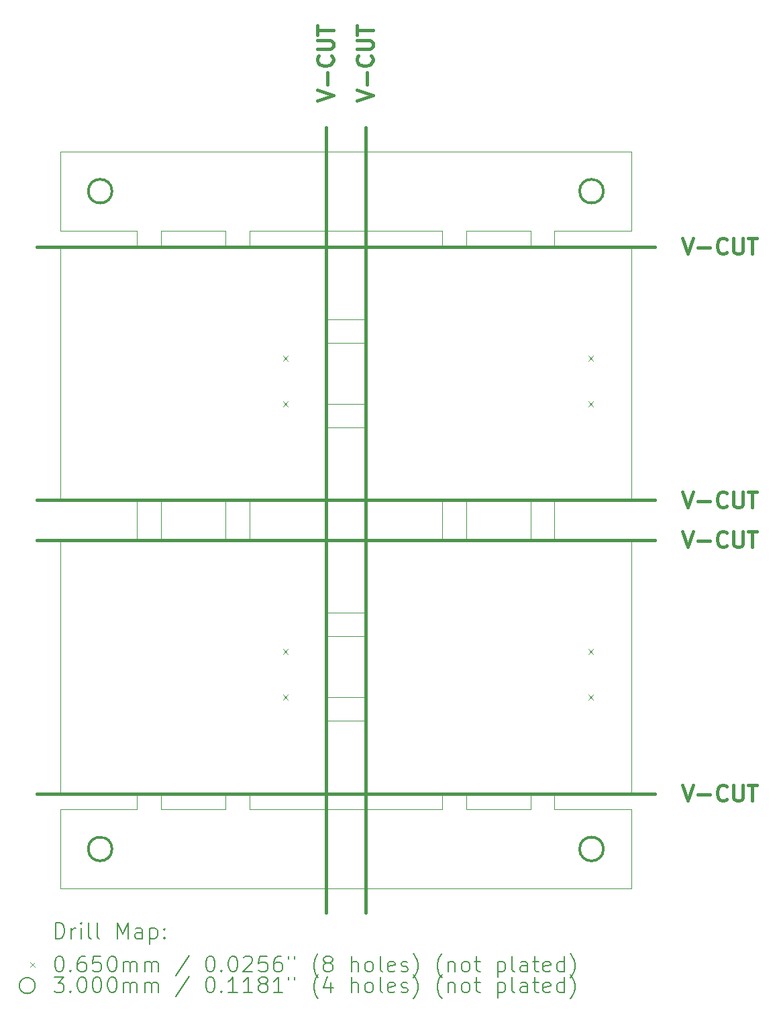
<source format=gbr>
%FSLAX45Y45*%
G04 Gerber Fmt 4.5, Leading zero omitted, Abs format (unit mm)*
G04 Created by KiCad (PCBNEW 6.0.4-6f826c9f35~116~ubuntu20.04.1) date 2022-04-01 21:22:03*
%MOMM*%
%LPD*%
G01*
G04 APERTURE LIST*
%TA.AperFunction,Profile*%
%ADD10C,0.400000*%
%TD*%
%TA.AperFunction,Profile*%
%ADD11C,0.100000*%
%TD*%
%ADD12C,0.400000*%
%ADD13C,0.200000*%
%ADD14C,0.065000*%
%ADD15C,0.300000*%
G04 APERTURE END LIST*
D10*
X3024900Y-10300000D02*
X10825100Y-10300000D01*
X7175000Y-1900200D02*
X7175000Y-11799800D01*
X3024900Y-6600000D02*
X10825100Y-6600000D01*
X3024900Y-3400000D02*
X10825100Y-3400000D01*
X6675000Y-1900200D02*
X6675000Y-11799800D01*
X3024900Y-7100000D02*
X10825100Y-7100000D01*
D11*
X4591700Y-3399900D02*
X4591700Y-3200200D01*
X4291700Y-10300100D02*
X4291700Y-10499800D01*
X7174923Y-3399936D02*
X7174900Y-4316700D01*
X9558300Y-10499800D02*
X9558300Y-10300100D01*
X8141700Y-7099900D02*
X7174917Y-7099944D01*
X8141700Y-10499800D02*
X5708300Y-10499800D01*
X10525100Y-10499800D02*
X9558300Y-10499800D01*
X8441700Y-6600100D02*
X9258300Y-6600100D01*
X8441700Y-10300100D02*
X9258300Y-10300100D01*
X9258300Y-3200200D02*
X9258300Y-3399900D01*
X9258300Y-6850000D02*
X9258300Y-7099900D01*
X9558300Y-10300100D02*
X10525100Y-10300010D01*
X9258300Y-3399900D02*
X8441700Y-3399900D01*
X4591700Y-10499800D02*
X4591700Y-10300100D01*
X7174944Y-6600083D02*
X8141700Y-6600100D01*
X7174900Y-5383300D02*
X6675100Y-5383300D01*
X3324900Y-2200200D02*
X3324900Y-3200200D01*
X10525100Y-2200200D02*
X3324900Y-2200200D01*
X3324904Y-6600029D02*
X4291700Y-6600100D01*
X7174900Y-8016700D02*
X6675100Y-8016700D01*
X6675100Y-4316700D02*
X6675055Y-3399917D01*
X8141700Y-3399900D02*
X7174923Y-3399936D01*
X8441700Y-3200200D02*
X9258300Y-3200200D01*
X4291700Y-7099900D02*
X3324904Y-7099971D01*
X9558300Y-3399900D02*
X9558300Y-3200200D01*
X3324900Y-10300010D02*
X4291700Y-10300100D01*
X7174900Y-4616700D02*
X7174900Y-5383300D01*
X10525096Y-7099971D02*
X9558300Y-7099900D01*
X7174900Y-8316700D02*
X7174900Y-9083300D01*
X4591700Y-6600100D02*
X5408300Y-6600100D01*
X9258300Y-7099900D02*
X8441700Y-7099900D01*
X3324900Y-10499800D02*
X3324900Y-11499800D01*
X6675100Y-5383300D02*
X6675100Y-4616700D01*
X6675100Y-8316700D02*
X7174900Y-8316700D01*
X7174923Y-10300063D02*
X8141700Y-10300100D01*
X7174900Y-9383300D02*
X7174923Y-10300063D01*
X4291700Y-3399900D02*
X3324900Y-3399990D01*
X5708300Y-7099900D02*
X5708300Y-6600100D01*
X6675098Y-7099980D02*
X5708300Y-7099900D01*
X6675100Y-8016700D02*
X6675098Y-7099980D01*
X6675100Y-5683300D02*
X7174900Y-5683300D01*
X4591700Y-7099900D02*
X4591700Y-6600100D01*
X5708300Y-10499800D02*
X5708300Y-10300100D01*
X6675000Y-10300100D02*
X6675100Y-9383300D01*
X5408300Y-3399900D02*
X4591700Y-3399900D01*
X7174900Y-9083300D02*
X6675100Y-9083300D01*
X5408300Y-10300100D02*
X5408300Y-10499800D01*
X3324900Y-3200200D02*
X4291700Y-3200200D01*
X5408300Y-3200200D02*
X5408300Y-3399900D01*
X8141700Y-3200200D02*
X8141700Y-3399900D01*
X4291700Y-6600100D02*
X4291700Y-7099900D01*
X10525100Y-10300010D02*
X10525096Y-7099971D01*
X9558300Y-3200200D02*
X10525100Y-3200200D01*
X6675055Y-3399917D02*
X5708300Y-3399900D01*
X5408300Y-7099900D02*
X4591700Y-7099900D01*
X9258300Y-10499800D02*
X8441700Y-10499800D01*
X8441700Y-7099900D02*
X8441700Y-6600100D01*
X9558300Y-7099900D02*
X9558300Y-6600100D01*
X10525100Y-11499800D02*
X10525100Y-10499800D01*
X10525100Y-3399990D02*
X9558300Y-3399900D01*
X8441700Y-10499800D02*
X8441700Y-10300100D01*
X7174900Y-5683300D02*
X7174944Y-6600083D01*
X4591700Y-3200200D02*
X5408300Y-3200200D01*
X6675100Y-4616700D02*
X7174900Y-4616700D01*
X5708300Y-6600100D02*
X6675071Y-6600071D01*
X7174917Y-7099944D02*
X7174900Y-8016700D01*
X6675100Y-9083300D02*
X6675100Y-8316700D01*
X10525100Y-3200200D02*
X10525100Y-2200200D01*
X4291700Y-3200200D02*
X4291700Y-3399900D01*
X9558300Y-6600100D02*
X10525096Y-6600029D01*
X9258300Y-6600100D02*
X9258300Y-6850000D01*
X5708300Y-10300100D02*
X6675000Y-10300100D01*
X3324904Y-7099971D02*
X3324900Y-10300010D01*
X3324900Y-11499800D02*
X10525100Y-11499800D01*
X8441700Y-3399900D02*
X8441700Y-3200200D01*
X6675071Y-6600071D02*
X6675100Y-5683300D01*
X3324900Y-3399990D02*
X3324904Y-6600029D01*
X10525096Y-6600029D02*
X10525100Y-3399990D01*
X5408300Y-6600100D02*
X5408300Y-7099900D01*
X8141700Y-6600100D02*
X8141700Y-7099900D01*
X8141700Y-10300100D02*
X8141700Y-10499800D01*
X5408300Y-10499800D02*
X4591700Y-10499800D01*
X5708300Y-3200200D02*
X8141700Y-3200200D01*
X6675100Y-9383300D02*
X7174900Y-9383300D01*
X4291700Y-10499800D02*
X3324900Y-10499800D01*
X9258300Y-10300100D02*
X9258300Y-10499800D01*
X5708300Y-3399900D02*
X5708300Y-3200200D01*
X7174900Y-4316700D02*
X6675100Y-4316700D01*
X4591700Y-10300100D02*
X5408300Y-10300100D01*
D12*
X11170148Y-6490476D02*
X11236814Y-6690476D01*
X11303481Y-6490476D01*
X11370148Y-6614286D02*
X11522528Y-6614286D01*
X11732052Y-6671428D02*
X11722528Y-6680952D01*
X11693957Y-6690476D01*
X11674909Y-6690476D01*
X11646338Y-6680952D01*
X11627290Y-6661905D01*
X11617767Y-6642857D01*
X11608243Y-6604762D01*
X11608243Y-6576190D01*
X11617767Y-6538095D01*
X11627290Y-6519048D01*
X11646338Y-6500000D01*
X11674909Y-6490476D01*
X11693957Y-6490476D01*
X11722528Y-6500000D01*
X11732052Y-6509524D01*
X11817767Y-6490476D02*
X11817767Y-6652381D01*
X11827290Y-6671428D01*
X11836814Y-6680952D01*
X11855862Y-6690476D01*
X11893957Y-6690476D01*
X11913005Y-6680952D01*
X11922528Y-6671428D01*
X11932052Y-6652381D01*
X11932052Y-6490476D01*
X11998719Y-6490476D02*
X12113005Y-6490476D01*
X12055862Y-6690476D02*
X12055862Y-6490476D01*
X11170148Y-3290476D02*
X11236814Y-3490476D01*
X11303481Y-3290476D01*
X11370148Y-3414286D02*
X11522528Y-3414286D01*
X11732052Y-3471428D02*
X11722528Y-3480952D01*
X11693957Y-3490476D01*
X11674909Y-3490476D01*
X11646338Y-3480952D01*
X11627290Y-3461905D01*
X11617767Y-3442857D01*
X11608243Y-3404762D01*
X11608243Y-3376190D01*
X11617767Y-3338095D01*
X11627290Y-3319048D01*
X11646338Y-3300000D01*
X11674909Y-3290476D01*
X11693957Y-3290476D01*
X11722528Y-3300000D01*
X11732052Y-3309524D01*
X11817767Y-3290476D02*
X11817767Y-3452381D01*
X11827290Y-3471428D01*
X11836814Y-3480952D01*
X11855862Y-3490476D01*
X11893957Y-3490476D01*
X11913005Y-3480952D01*
X11922528Y-3471428D01*
X11932052Y-3452381D01*
X11932052Y-3290476D01*
X11998719Y-3290476D02*
X12113005Y-3290476D01*
X12055862Y-3490476D02*
X12055862Y-3290476D01*
X7065476Y-1555152D02*
X7265476Y-1488486D01*
X7065476Y-1421819D01*
X7189286Y-1355152D02*
X7189286Y-1202771D01*
X7246428Y-993248D02*
X7255952Y-1002771D01*
X7265476Y-1031343D01*
X7265476Y-1050390D01*
X7255952Y-1078962D01*
X7236905Y-1098010D01*
X7217857Y-1107533D01*
X7179762Y-1117057D01*
X7151190Y-1117057D01*
X7113095Y-1107533D01*
X7094048Y-1098010D01*
X7075000Y-1078962D01*
X7065476Y-1050390D01*
X7065476Y-1031343D01*
X7075000Y-1002771D01*
X7084524Y-993248D01*
X7065476Y-907533D02*
X7227381Y-907533D01*
X7246428Y-898009D01*
X7255952Y-888486D01*
X7265476Y-869438D01*
X7265476Y-831343D01*
X7255952Y-812295D01*
X7246428Y-802771D01*
X7227381Y-793248D01*
X7065476Y-793248D01*
X7065476Y-726581D02*
X7065476Y-612295D01*
X7265476Y-669438D02*
X7065476Y-669438D01*
X6565476Y-1555152D02*
X6765476Y-1488486D01*
X6565476Y-1421819D01*
X6689286Y-1355152D02*
X6689286Y-1202771D01*
X6746428Y-993248D02*
X6755952Y-1002771D01*
X6765476Y-1031343D01*
X6765476Y-1050390D01*
X6755952Y-1078962D01*
X6736905Y-1098010D01*
X6717857Y-1107533D01*
X6679762Y-1117057D01*
X6651190Y-1117057D01*
X6613095Y-1107533D01*
X6594048Y-1098010D01*
X6575000Y-1078962D01*
X6565476Y-1050390D01*
X6565476Y-1031343D01*
X6575000Y-1002771D01*
X6584524Y-993248D01*
X6565476Y-907533D02*
X6727381Y-907533D01*
X6746428Y-898009D01*
X6755952Y-888486D01*
X6765476Y-869438D01*
X6765476Y-831343D01*
X6755952Y-812295D01*
X6746428Y-802771D01*
X6727381Y-793248D01*
X6565476Y-793248D01*
X6565476Y-726581D02*
X6565476Y-612295D01*
X6765476Y-669438D02*
X6565476Y-669438D01*
X11170148Y-6990476D02*
X11236814Y-7190476D01*
X11303481Y-6990476D01*
X11370148Y-7114286D02*
X11522528Y-7114286D01*
X11732052Y-7171428D02*
X11722528Y-7180952D01*
X11693957Y-7190476D01*
X11674909Y-7190476D01*
X11646338Y-7180952D01*
X11627290Y-7161905D01*
X11617767Y-7142857D01*
X11608243Y-7104762D01*
X11608243Y-7076190D01*
X11617767Y-7038095D01*
X11627290Y-7019048D01*
X11646338Y-7000000D01*
X11674909Y-6990476D01*
X11693957Y-6990476D01*
X11722528Y-7000000D01*
X11732052Y-7009524D01*
X11817767Y-6990476D02*
X11817767Y-7152381D01*
X11827290Y-7171428D01*
X11836814Y-7180952D01*
X11855862Y-7190476D01*
X11893957Y-7190476D01*
X11913005Y-7180952D01*
X11922528Y-7171428D01*
X11932052Y-7152381D01*
X11932052Y-6990476D01*
X11998719Y-6990476D02*
X12113005Y-6990476D01*
X12055862Y-7190476D02*
X12055862Y-6990476D01*
X11170148Y-10190476D02*
X11236814Y-10390476D01*
X11303481Y-10190476D01*
X11370148Y-10314286D02*
X11522528Y-10314286D01*
X11732052Y-10371429D02*
X11722528Y-10380952D01*
X11693957Y-10390476D01*
X11674909Y-10390476D01*
X11646338Y-10380952D01*
X11627290Y-10361905D01*
X11617767Y-10342857D01*
X11608243Y-10304762D01*
X11608243Y-10276190D01*
X11617767Y-10238095D01*
X11627290Y-10219048D01*
X11646338Y-10200000D01*
X11674909Y-10190476D01*
X11693957Y-10190476D01*
X11722528Y-10200000D01*
X11732052Y-10209524D01*
X11817767Y-10190476D02*
X11817767Y-10352381D01*
X11827290Y-10371429D01*
X11836814Y-10380952D01*
X11855862Y-10390476D01*
X11893957Y-10390476D01*
X11913005Y-10380952D01*
X11922528Y-10371429D01*
X11932052Y-10352381D01*
X11932052Y-10190476D01*
X11998719Y-10190476D02*
X12113005Y-10190476D01*
X12055862Y-10390476D02*
X12055862Y-10190476D01*
D13*
D14*
X6132500Y-4776000D02*
X6197500Y-4841000D01*
X6197500Y-4776000D02*
X6132500Y-4841000D01*
X6132500Y-5354000D02*
X6197500Y-5419000D01*
X6197500Y-5354000D02*
X6132500Y-5419000D01*
X6132500Y-8476000D02*
X6197500Y-8541000D01*
X6197500Y-8476000D02*
X6132500Y-8541000D01*
X6132500Y-9054000D02*
X6197500Y-9119000D01*
X6197500Y-9054000D02*
X6132500Y-9119000D01*
X9982500Y-4776000D02*
X10047500Y-4841000D01*
X10047500Y-4776000D02*
X9982500Y-4841000D01*
X9982500Y-5354000D02*
X10047500Y-5419000D01*
X10047500Y-5354000D02*
X9982500Y-5419000D01*
X9982500Y-8476000D02*
X10047500Y-8541000D01*
X10047500Y-8476000D02*
X9982500Y-8541000D01*
X9982500Y-9054000D02*
X10047500Y-9119000D01*
X10047500Y-9054000D02*
X9982500Y-9119000D01*
D15*
X3974900Y-2700200D02*
G75*
G03*
X3974900Y-2700200I-150000J0D01*
G01*
X3974900Y-10999800D02*
G75*
G03*
X3974900Y-10999800I-150000J0D01*
G01*
X10175100Y-2700200D02*
G75*
G03*
X10175100Y-2700200I-150000J0D01*
G01*
X10175100Y-10999800D02*
G75*
G03*
X10175100Y-10999800I-150000J0D01*
G01*
D13*
X3262519Y-12130276D02*
X3262519Y-11930276D01*
X3310138Y-11930276D01*
X3338709Y-11939800D01*
X3357757Y-11958848D01*
X3367281Y-11977895D01*
X3376805Y-12015990D01*
X3376805Y-12044562D01*
X3367281Y-12082657D01*
X3357757Y-12101705D01*
X3338709Y-12120752D01*
X3310138Y-12130276D01*
X3262519Y-12130276D01*
X3462519Y-12130276D02*
X3462519Y-11996943D01*
X3462519Y-12035038D02*
X3472043Y-12015990D01*
X3481567Y-12006467D01*
X3500614Y-11996943D01*
X3519662Y-11996943D01*
X3586328Y-12130276D02*
X3586328Y-11996943D01*
X3586328Y-11930276D02*
X3576805Y-11939800D01*
X3586328Y-11949324D01*
X3595852Y-11939800D01*
X3586328Y-11930276D01*
X3586328Y-11949324D01*
X3710138Y-12130276D02*
X3691090Y-12120752D01*
X3681567Y-12101705D01*
X3681567Y-11930276D01*
X3814900Y-12130276D02*
X3795852Y-12120752D01*
X3786328Y-12101705D01*
X3786328Y-11930276D01*
X4043471Y-12130276D02*
X4043471Y-11930276D01*
X4110138Y-12073133D01*
X4176805Y-11930276D01*
X4176805Y-12130276D01*
X4357757Y-12130276D02*
X4357757Y-12025514D01*
X4348233Y-12006467D01*
X4329186Y-11996943D01*
X4291090Y-11996943D01*
X4272043Y-12006467D01*
X4357757Y-12120752D02*
X4338710Y-12130276D01*
X4291090Y-12130276D01*
X4272043Y-12120752D01*
X4262519Y-12101705D01*
X4262519Y-12082657D01*
X4272043Y-12063609D01*
X4291090Y-12054086D01*
X4338710Y-12054086D01*
X4357757Y-12044562D01*
X4452995Y-11996943D02*
X4452995Y-12196943D01*
X4452995Y-12006467D02*
X4472043Y-11996943D01*
X4510138Y-11996943D01*
X4529186Y-12006467D01*
X4538710Y-12015990D01*
X4548233Y-12035038D01*
X4548233Y-12092181D01*
X4538710Y-12111228D01*
X4529186Y-12120752D01*
X4510138Y-12130276D01*
X4472043Y-12130276D01*
X4452995Y-12120752D01*
X4633948Y-12111228D02*
X4643471Y-12120752D01*
X4633948Y-12130276D01*
X4624424Y-12120752D01*
X4633948Y-12111228D01*
X4633948Y-12130276D01*
X4633948Y-12006467D02*
X4643471Y-12015990D01*
X4633948Y-12025514D01*
X4624424Y-12015990D01*
X4633948Y-12006467D01*
X4633948Y-12025514D01*
D14*
X2939900Y-12427300D02*
X3004900Y-12492300D01*
X3004900Y-12427300D02*
X2939900Y-12492300D01*
D13*
X3300614Y-12350276D02*
X3319662Y-12350276D01*
X3338709Y-12359800D01*
X3348233Y-12369324D01*
X3357757Y-12388371D01*
X3367281Y-12426467D01*
X3367281Y-12474086D01*
X3357757Y-12512181D01*
X3348233Y-12531228D01*
X3338709Y-12540752D01*
X3319662Y-12550276D01*
X3300614Y-12550276D01*
X3281567Y-12540752D01*
X3272043Y-12531228D01*
X3262519Y-12512181D01*
X3252995Y-12474086D01*
X3252995Y-12426467D01*
X3262519Y-12388371D01*
X3272043Y-12369324D01*
X3281567Y-12359800D01*
X3300614Y-12350276D01*
X3452995Y-12531228D02*
X3462519Y-12540752D01*
X3452995Y-12550276D01*
X3443471Y-12540752D01*
X3452995Y-12531228D01*
X3452995Y-12550276D01*
X3633948Y-12350276D02*
X3595852Y-12350276D01*
X3576805Y-12359800D01*
X3567281Y-12369324D01*
X3548233Y-12397895D01*
X3538709Y-12435990D01*
X3538709Y-12512181D01*
X3548233Y-12531228D01*
X3557757Y-12540752D01*
X3576805Y-12550276D01*
X3614900Y-12550276D01*
X3633948Y-12540752D01*
X3643471Y-12531228D01*
X3652995Y-12512181D01*
X3652995Y-12464562D01*
X3643471Y-12445514D01*
X3633948Y-12435990D01*
X3614900Y-12426467D01*
X3576805Y-12426467D01*
X3557757Y-12435990D01*
X3548233Y-12445514D01*
X3538709Y-12464562D01*
X3833948Y-12350276D02*
X3738709Y-12350276D01*
X3729186Y-12445514D01*
X3738709Y-12435990D01*
X3757757Y-12426467D01*
X3805376Y-12426467D01*
X3824424Y-12435990D01*
X3833948Y-12445514D01*
X3843471Y-12464562D01*
X3843471Y-12512181D01*
X3833948Y-12531228D01*
X3824424Y-12540752D01*
X3805376Y-12550276D01*
X3757757Y-12550276D01*
X3738709Y-12540752D01*
X3729186Y-12531228D01*
X3967281Y-12350276D02*
X3986328Y-12350276D01*
X4005376Y-12359800D01*
X4014900Y-12369324D01*
X4024424Y-12388371D01*
X4033948Y-12426467D01*
X4033948Y-12474086D01*
X4024424Y-12512181D01*
X4014900Y-12531228D01*
X4005376Y-12540752D01*
X3986328Y-12550276D01*
X3967281Y-12550276D01*
X3948233Y-12540752D01*
X3938709Y-12531228D01*
X3929186Y-12512181D01*
X3919662Y-12474086D01*
X3919662Y-12426467D01*
X3929186Y-12388371D01*
X3938709Y-12369324D01*
X3948233Y-12359800D01*
X3967281Y-12350276D01*
X4119662Y-12550276D02*
X4119662Y-12416943D01*
X4119662Y-12435990D02*
X4129186Y-12426467D01*
X4148233Y-12416943D01*
X4176805Y-12416943D01*
X4195852Y-12426467D01*
X4205376Y-12445514D01*
X4205376Y-12550276D01*
X4205376Y-12445514D02*
X4214900Y-12426467D01*
X4233948Y-12416943D01*
X4262519Y-12416943D01*
X4281567Y-12426467D01*
X4291090Y-12445514D01*
X4291090Y-12550276D01*
X4386329Y-12550276D02*
X4386329Y-12416943D01*
X4386329Y-12435990D02*
X4395852Y-12426467D01*
X4414900Y-12416943D01*
X4443471Y-12416943D01*
X4462519Y-12426467D01*
X4472043Y-12445514D01*
X4472043Y-12550276D01*
X4472043Y-12445514D02*
X4481567Y-12426467D01*
X4500614Y-12416943D01*
X4529186Y-12416943D01*
X4548233Y-12426467D01*
X4557757Y-12445514D01*
X4557757Y-12550276D01*
X4948233Y-12340752D02*
X4776805Y-12597895D01*
X5205376Y-12350276D02*
X5224424Y-12350276D01*
X5243471Y-12359800D01*
X5252995Y-12369324D01*
X5262519Y-12388371D01*
X5272043Y-12426467D01*
X5272043Y-12474086D01*
X5262519Y-12512181D01*
X5252995Y-12531228D01*
X5243471Y-12540752D01*
X5224424Y-12550276D01*
X5205376Y-12550276D01*
X5186329Y-12540752D01*
X5176805Y-12531228D01*
X5167281Y-12512181D01*
X5157757Y-12474086D01*
X5157757Y-12426467D01*
X5167281Y-12388371D01*
X5176805Y-12369324D01*
X5186329Y-12359800D01*
X5205376Y-12350276D01*
X5357757Y-12531228D02*
X5367281Y-12540752D01*
X5357757Y-12550276D01*
X5348233Y-12540752D01*
X5357757Y-12531228D01*
X5357757Y-12550276D01*
X5491090Y-12350276D02*
X5510138Y-12350276D01*
X5529186Y-12359800D01*
X5538710Y-12369324D01*
X5548233Y-12388371D01*
X5557757Y-12426467D01*
X5557757Y-12474086D01*
X5548233Y-12512181D01*
X5538710Y-12531228D01*
X5529186Y-12540752D01*
X5510138Y-12550276D01*
X5491090Y-12550276D01*
X5472043Y-12540752D01*
X5462519Y-12531228D01*
X5452995Y-12512181D01*
X5443471Y-12474086D01*
X5443471Y-12426467D01*
X5452995Y-12388371D01*
X5462519Y-12369324D01*
X5472043Y-12359800D01*
X5491090Y-12350276D01*
X5633948Y-12369324D02*
X5643471Y-12359800D01*
X5662519Y-12350276D01*
X5710138Y-12350276D01*
X5729186Y-12359800D01*
X5738709Y-12369324D01*
X5748233Y-12388371D01*
X5748233Y-12407419D01*
X5738709Y-12435990D01*
X5624424Y-12550276D01*
X5748233Y-12550276D01*
X5929186Y-12350276D02*
X5833948Y-12350276D01*
X5824424Y-12445514D01*
X5833948Y-12435990D01*
X5852995Y-12426467D01*
X5900614Y-12426467D01*
X5919662Y-12435990D01*
X5929186Y-12445514D01*
X5938709Y-12464562D01*
X5938709Y-12512181D01*
X5929186Y-12531228D01*
X5919662Y-12540752D01*
X5900614Y-12550276D01*
X5852995Y-12550276D01*
X5833948Y-12540752D01*
X5824424Y-12531228D01*
X6110138Y-12350276D02*
X6072043Y-12350276D01*
X6052995Y-12359800D01*
X6043471Y-12369324D01*
X6024424Y-12397895D01*
X6014900Y-12435990D01*
X6014900Y-12512181D01*
X6024424Y-12531228D01*
X6033948Y-12540752D01*
X6052995Y-12550276D01*
X6091090Y-12550276D01*
X6110138Y-12540752D01*
X6119662Y-12531228D01*
X6129186Y-12512181D01*
X6129186Y-12464562D01*
X6119662Y-12445514D01*
X6110138Y-12435990D01*
X6091090Y-12426467D01*
X6052995Y-12426467D01*
X6033948Y-12435990D01*
X6024424Y-12445514D01*
X6014900Y-12464562D01*
X6205376Y-12350276D02*
X6205376Y-12388371D01*
X6281567Y-12350276D02*
X6281567Y-12388371D01*
X6576805Y-12626467D02*
X6567281Y-12616943D01*
X6548233Y-12588371D01*
X6538709Y-12569324D01*
X6529186Y-12540752D01*
X6519662Y-12493133D01*
X6519662Y-12455038D01*
X6529186Y-12407419D01*
X6538709Y-12378848D01*
X6548233Y-12359800D01*
X6567281Y-12331228D01*
X6576805Y-12321705D01*
X6681567Y-12435990D02*
X6662519Y-12426467D01*
X6652995Y-12416943D01*
X6643471Y-12397895D01*
X6643471Y-12388371D01*
X6652995Y-12369324D01*
X6662519Y-12359800D01*
X6681567Y-12350276D01*
X6719662Y-12350276D01*
X6738709Y-12359800D01*
X6748233Y-12369324D01*
X6757757Y-12388371D01*
X6757757Y-12397895D01*
X6748233Y-12416943D01*
X6738709Y-12426467D01*
X6719662Y-12435990D01*
X6681567Y-12435990D01*
X6662519Y-12445514D01*
X6652995Y-12455038D01*
X6643471Y-12474086D01*
X6643471Y-12512181D01*
X6652995Y-12531228D01*
X6662519Y-12540752D01*
X6681567Y-12550276D01*
X6719662Y-12550276D01*
X6738709Y-12540752D01*
X6748233Y-12531228D01*
X6757757Y-12512181D01*
X6757757Y-12474086D01*
X6748233Y-12455038D01*
X6738709Y-12445514D01*
X6719662Y-12435990D01*
X6995852Y-12550276D02*
X6995852Y-12350276D01*
X7081567Y-12550276D02*
X7081567Y-12445514D01*
X7072043Y-12426467D01*
X7052995Y-12416943D01*
X7024424Y-12416943D01*
X7005376Y-12426467D01*
X6995852Y-12435990D01*
X7205376Y-12550276D02*
X7186328Y-12540752D01*
X7176805Y-12531228D01*
X7167281Y-12512181D01*
X7167281Y-12455038D01*
X7176805Y-12435990D01*
X7186328Y-12426467D01*
X7205376Y-12416943D01*
X7233948Y-12416943D01*
X7252995Y-12426467D01*
X7262519Y-12435990D01*
X7272043Y-12455038D01*
X7272043Y-12512181D01*
X7262519Y-12531228D01*
X7252995Y-12540752D01*
X7233948Y-12550276D01*
X7205376Y-12550276D01*
X7386328Y-12550276D02*
X7367281Y-12540752D01*
X7357757Y-12521705D01*
X7357757Y-12350276D01*
X7538709Y-12540752D02*
X7519662Y-12550276D01*
X7481567Y-12550276D01*
X7462519Y-12540752D01*
X7452995Y-12521705D01*
X7452995Y-12445514D01*
X7462519Y-12426467D01*
X7481567Y-12416943D01*
X7519662Y-12416943D01*
X7538709Y-12426467D01*
X7548233Y-12445514D01*
X7548233Y-12464562D01*
X7452995Y-12483609D01*
X7624424Y-12540752D02*
X7643471Y-12550276D01*
X7681567Y-12550276D01*
X7700614Y-12540752D01*
X7710138Y-12521705D01*
X7710138Y-12512181D01*
X7700614Y-12493133D01*
X7681567Y-12483609D01*
X7652995Y-12483609D01*
X7633948Y-12474086D01*
X7624424Y-12455038D01*
X7624424Y-12445514D01*
X7633948Y-12426467D01*
X7652995Y-12416943D01*
X7681567Y-12416943D01*
X7700614Y-12426467D01*
X7776805Y-12626467D02*
X7786328Y-12616943D01*
X7805376Y-12588371D01*
X7814900Y-12569324D01*
X7824424Y-12540752D01*
X7833948Y-12493133D01*
X7833948Y-12455038D01*
X7824424Y-12407419D01*
X7814900Y-12378848D01*
X7805376Y-12359800D01*
X7786328Y-12331228D01*
X7776805Y-12321705D01*
X8138709Y-12626467D02*
X8129186Y-12616943D01*
X8110138Y-12588371D01*
X8100614Y-12569324D01*
X8091090Y-12540752D01*
X8081567Y-12493133D01*
X8081567Y-12455038D01*
X8091090Y-12407419D01*
X8100614Y-12378848D01*
X8110138Y-12359800D01*
X8129186Y-12331228D01*
X8138709Y-12321705D01*
X8214900Y-12416943D02*
X8214900Y-12550276D01*
X8214900Y-12435990D02*
X8224424Y-12426467D01*
X8243471Y-12416943D01*
X8272043Y-12416943D01*
X8291090Y-12426467D01*
X8300614Y-12445514D01*
X8300614Y-12550276D01*
X8424424Y-12550276D02*
X8405376Y-12540752D01*
X8395852Y-12531228D01*
X8386328Y-12512181D01*
X8386328Y-12455038D01*
X8395852Y-12435990D01*
X8405376Y-12426467D01*
X8424424Y-12416943D01*
X8452995Y-12416943D01*
X8472043Y-12426467D01*
X8481567Y-12435990D01*
X8491090Y-12455038D01*
X8491090Y-12512181D01*
X8481567Y-12531228D01*
X8472043Y-12540752D01*
X8452995Y-12550276D01*
X8424424Y-12550276D01*
X8548233Y-12416943D02*
X8624424Y-12416943D01*
X8576805Y-12350276D02*
X8576805Y-12521705D01*
X8586329Y-12540752D01*
X8605376Y-12550276D01*
X8624424Y-12550276D01*
X8843471Y-12416943D02*
X8843471Y-12616943D01*
X8843471Y-12426467D02*
X8862519Y-12416943D01*
X8900614Y-12416943D01*
X8919662Y-12426467D01*
X8929186Y-12435990D01*
X8938710Y-12455038D01*
X8938710Y-12512181D01*
X8929186Y-12531228D01*
X8919662Y-12540752D01*
X8900614Y-12550276D01*
X8862519Y-12550276D01*
X8843471Y-12540752D01*
X9052995Y-12550276D02*
X9033948Y-12540752D01*
X9024424Y-12521705D01*
X9024424Y-12350276D01*
X9214900Y-12550276D02*
X9214900Y-12445514D01*
X9205376Y-12426467D01*
X9186329Y-12416943D01*
X9148233Y-12416943D01*
X9129186Y-12426467D01*
X9214900Y-12540752D02*
X9195852Y-12550276D01*
X9148233Y-12550276D01*
X9129186Y-12540752D01*
X9119662Y-12521705D01*
X9119662Y-12502657D01*
X9129186Y-12483609D01*
X9148233Y-12474086D01*
X9195852Y-12474086D01*
X9214900Y-12464562D01*
X9281567Y-12416943D02*
X9357757Y-12416943D01*
X9310138Y-12350276D02*
X9310138Y-12521705D01*
X9319662Y-12540752D01*
X9338710Y-12550276D01*
X9357757Y-12550276D01*
X9500614Y-12540752D02*
X9481567Y-12550276D01*
X9443471Y-12550276D01*
X9424424Y-12540752D01*
X9414900Y-12521705D01*
X9414900Y-12445514D01*
X9424424Y-12426467D01*
X9443471Y-12416943D01*
X9481567Y-12416943D01*
X9500614Y-12426467D01*
X9510138Y-12445514D01*
X9510138Y-12464562D01*
X9414900Y-12483609D01*
X9681567Y-12550276D02*
X9681567Y-12350276D01*
X9681567Y-12540752D02*
X9662519Y-12550276D01*
X9624424Y-12550276D01*
X9605376Y-12540752D01*
X9595852Y-12531228D01*
X9586329Y-12512181D01*
X9586329Y-12455038D01*
X9595852Y-12435990D01*
X9605376Y-12426467D01*
X9624424Y-12416943D01*
X9662519Y-12416943D01*
X9681567Y-12426467D01*
X9757757Y-12626467D02*
X9767281Y-12616943D01*
X9786329Y-12588371D01*
X9795852Y-12569324D01*
X9805376Y-12540752D01*
X9814900Y-12493133D01*
X9814900Y-12455038D01*
X9805376Y-12407419D01*
X9795852Y-12378848D01*
X9786329Y-12359800D01*
X9767281Y-12331228D01*
X9757757Y-12321705D01*
X3004900Y-12723800D02*
G75*
G03*
X3004900Y-12723800I-100000J0D01*
G01*
X3243471Y-12614276D02*
X3367281Y-12614276D01*
X3300614Y-12690467D01*
X3329186Y-12690467D01*
X3348233Y-12699990D01*
X3357757Y-12709514D01*
X3367281Y-12728562D01*
X3367281Y-12776181D01*
X3357757Y-12795228D01*
X3348233Y-12804752D01*
X3329186Y-12814276D01*
X3272043Y-12814276D01*
X3252995Y-12804752D01*
X3243471Y-12795228D01*
X3452995Y-12795228D02*
X3462519Y-12804752D01*
X3452995Y-12814276D01*
X3443471Y-12804752D01*
X3452995Y-12795228D01*
X3452995Y-12814276D01*
X3586328Y-12614276D02*
X3605376Y-12614276D01*
X3624424Y-12623800D01*
X3633948Y-12633324D01*
X3643471Y-12652371D01*
X3652995Y-12690467D01*
X3652995Y-12738086D01*
X3643471Y-12776181D01*
X3633948Y-12795228D01*
X3624424Y-12804752D01*
X3605376Y-12814276D01*
X3586328Y-12814276D01*
X3567281Y-12804752D01*
X3557757Y-12795228D01*
X3548233Y-12776181D01*
X3538709Y-12738086D01*
X3538709Y-12690467D01*
X3548233Y-12652371D01*
X3557757Y-12633324D01*
X3567281Y-12623800D01*
X3586328Y-12614276D01*
X3776805Y-12614276D02*
X3795852Y-12614276D01*
X3814900Y-12623800D01*
X3824424Y-12633324D01*
X3833948Y-12652371D01*
X3843471Y-12690467D01*
X3843471Y-12738086D01*
X3833948Y-12776181D01*
X3824424Y-12795228D01*
X3814900Y-12804752D01*
X3795852Y-12814276D01*
X3776805Y-12814276D01*
X3757757Y-12804752D01*
X3748233Y-12795228D01*
X3738709Y-12776181D01*
X3729186Y-12738086D01*
X3729186Y-12690467D01*
X3738709Y-12652371D01*
X3748233Y-12633324D01*
X3757757Y-12623800D01*
X3776805Y-12614276D01*
X3967281Y-12614276D02*
X3986328Y-12614276D01*
X4005376Y-12623800D01*
X4014900Y-12633324D01*
X4024424Y-12652371D01*
X4033948Y-12690467D01*
X4033948Y-12738086D01*
X4024424Y-12776181D01*
X4014900Y-12795228D01*
X4005376Y-12804752D01*
X3986328Y-12814276D01*
X3967281Y-12814276D01*
X3948233Y-12804752D01*
X3938709Y-12795228D01*
X3929186Y-12776181D01*
X3919662Y-12738086D01*
X3919662Y-12690467D01*
X3929186Y-12652371D01*
X3938709Y-12633324D01*
X3948233Y-12623800D01*
X3967281Y-12614276D01*
X4119662Y-12814276D02*
X4119662Y-12680943D01*
X4119662Y-12699990D02*
X4129186Y-12690467D01*
X4148233Y-12680943D01*
X4176805Y-12680943D01*
X4195852Y-12690467D01*
X4205376Y-12709514D01*
X4205376Y-12814276D01*
X4205376Y-12709514D02*
X4214900Y-12690467D01*
X4233948Y-12680943D01*
X4262519Y-12680943D01*
X4281567Y-12690467D01*
X4291090Y-12709514D01*
X4291090Y-12814276D01*
X4386329Y-12814276D02*
X4386329Y-12680943D01*
X4386329Y-12699990D02*
X4395852Y-12690467D01*
X4414900Y-12680943D01*
X4443471Y-12680943D01*
X4462519Y-12690467D01*
X4472043Y-12709514D01*
X4472043Y-12814276D01*
X4472043Y-12709514D02*
X4481567Y-12690467D01*
X4500614Y-12680943D01*
X4529186Y-12680943D01*
X4548233Y-12690467D01*
X4557757Y-12709514D01*
X4557757Y-12814276D01*
X4948233Y-12604752D02*
X4776805Y-12861895D01*
X5205376Y-12614276D02*
X5224424Y-12614276D01*
X5243471Y-12623800D01*
X5252995Y-12633324D01*
X5262519Y-12652371D01*
X5272043Y-12690467D01*
X5272043Y-12738086D01*
X5262519Y-12776181D01*
X5252995Y-12795228D01*
X5243471Y-12804752D01*
X5224424Y-12814276D01*
X5205376Y-12814276D01*
X5186329Y-12804752D01*
X5176805Y-12795228D01*
X5167281Y-12776181D01*
X5157757Y-12738086D01*
X5157757Y-12690467D01*
X5167281Y-12652371D01*
X5176805Y-12633324D01*
X5186329Y-12623800D01*
X5205376Y-12614276D01*
X5357757Y-12795228D02*
X5367281Y-12804752D01*
X5357757Y-12814276D01*
X5348233Y-12804752D01*
X5357757Y-12795228D01*
X5357757Y-12814276D01*
X5557757Y-12814276D02*
X5443471Y-12814276D01*
X5500614Y-12814276D02*
X5500614Y-12614276D01*
X5481567Y-12642848D01*
X5462519Y-12661895D01*
X5443471Y-12671419D01*
X5748233Y-12814276D02*
X5633948Y-12814276D01*
X5691090Y-12814276D02*
X5691090Y-12614276D01*
X5672043Y-12642848D01*
X5652995Y-12661895D01*
X5633948Y-12671419D01*
X5862519Y-12699990D02*
X5843471Y-12690467D01*
X5833948Y-12680943D01*
X5824424Y-12661895D01*
X5824424Y-12652371D01*
X5833948Y-12633324D01*
X5843471Y-12623800D01*
X5862519Y-12614276D01*
X5900614Y-12614276D01*
X5919662Y-12623800D01*
X5929186Y-12633324D01*
X5938709Y-12652371D01*
X5938709Y-12661895D01*
X5929186Y-12680943D01*
X5919662Y-12690467D01*
X5900614Y-12699990D01*
X5862519Y-12699990D01*
X5843471Y-12709514D01*
X5833948Y-12719038D01*
X5824424Y-12738086D01*
X5824424Y-12776181D01*
X5833948Y-12795228D01*
X5843471Y-12804752D01*
X5862519Y-12814276D01*
X5900614Y-12814276D01*
X5919662Y-12804752D01*
X5929186Y-12795228D01*
X5938709Y-12776181D01*
X5938709Y-12738086D01*
X5929186Y-12719038D01*
X5919662Y-12709514D01*
X5900614Y-12699990D01*
X6129186Y-12814276D02*
X6014900Y-12814276D01*
X6072043Y-12814276D02*
X6072043Y-12614276D01*
X6052995Y-12642848D01*
X6033948Y-12661895D01*
X6014900Y-12671419D01*
X6205376Y-12614276D02*
X6205376Y-12652371D01*
X6281567Y-12614276D02*
X6281567Y-12652371D01*
X6576805Y-12890467D02*
X6567281Y-12880943D01*
X6548233Y-12852371D01*
X6538709Y-12833324D01*
X6529186Y-12804752D01*
X6519662Y-12757133D01*
X6519662Y-12719038D01*
X6529186Y-12671419D01*
X6538709Y-12642848D01*
X6548233Y-12623800D01*
X6567281Y-12595228D01*
X6576805Y-12585705D01*
X6738709Y-12680943D02*
X6738709Y-12814276D01*
X6691090Y-12604752D02*
X6643471Y-12747609D01*
X6767281Y-12747609D01*
X6995852Y-12814276D02*
X6995852Y-12614276D01*
X7081567Y-12814276D02*
X7081567Y-12709514D01*
X7072043Y-12690467D01*
X7052995Y-12680943D01*
X7024424Y-12680943D01*
X7005376Y-12690467D01*
X6995852Y-12699990D01*
X7205376Y-12814276D02*
X7186328Y-12804752D01*
X7176805Y-12795228D01*
X7167281Y-12776181D01*
X7167281Y-12719038D01*
X7176805Y-12699990D01*
X7186328Y-12690467D01*
X7205376Y-12680943D01*
X7233948Y-12680943D01*
X7252995Y-12690467D01*
X7262519Y-12699990D01*
X7272043Y-12719038D01*
X7272043Y-12776181D01*
X7262519Y-12795228D01*
X7252995Y-12804752D01*
X7233948Y-12814276D01*
X7205376Y-12814276D01*
X7386328Y-12814276D02*
X7367281Y-12804752D01*
X7357757Y-12785705D01*
X7357757Y-12614276D01*
X7538709Y-12804752D02*
X7519662Y-12814276D01*
X7481567Y-12814276D01*
X7462519Y-12804752D01*
X7452995Y-12785705D01*
X7452995Y-12709514D01*
X7462519Y-12690467D01*
X7481567Y-12680943D01*
X7519662Y-12680943D01*
X7538709Y-12690467D01*
X7548233Y-12709514D01*
X7548233Y-12728562D01*
X7452995Y-12747609D01*
X7624424Y-12804752D02*
X7643471Y-12814276D01*
X7681567Y-12814276D01*
X7700614Y-12804752D01*
X7710138Y-12785705D01*
X7710138Y-12776181D01*
X7700614Y-12757133D01*
X7681567Y-12747609D01*
X7652995Y-12747609D01*
X7633948Y-12738086D01*
X7624424Y-12719038D01*
X7624424Y-12709514D01*
X7633948Y-12690467D01*
X7652995Y-12680943D01*
X7681567Y-12680943D01*
X7700614Y-12690467D01*
X7776805Y-12890467D02*
X7786328Y-12880943D01*
X7805376Y-12852371D01*
X7814900Y-12833324D01*
X7824424Y-12804752D01*
X7833948Y-12757133D01*
X7833948Y-12719038D01*
X7824424Y-12671419D01*
X7814900Y-12642848D01*
X7805376Y-12623800D01*
X7786328Y-12595228D01*
X7776805Y-12585705D01*
X8138709Y-12890467D02*
X8129186Y-12880943D01*
X8110138Y-12852371D01*
X8100614Y-12833324D01*
X8091090Y-12804752D01*
X8081567Y-12757133D01*
X8081567Y-12719038D01*
X8091090Y-12671419D01*
X8100614Y-12642848D01*
X8110138Y-12623800D01*
X8129186Y-12595228D01*
X8138709Y-12585705D01*
X8214900Y-12680943D02*
X8214900Y-12814276D01*
X8214900Y-12699990D02*
X8224424Y-12690467D01*
X8243471Y-12680943D01*
X8272043Y-12680943D01*
X8291090Y-12690467D01*
X8300614Y-12709514D01*
X8300614Y-12814276D01*
X8424424Y-12814276D02*
X8405376Y-12804752D01*
X8395852Y-12795228D01*
X8386328Y-12776181D01*
X8386328Y-12719038D01*
X8395852Y-12699990D01*
X8405376Y-12690467D01*
X8424424Y-12680943D01*
X8452995Y-12680943D01*
X8472043Y-12690467D01*
X8481567Y-12699990D01*
X8491090Y-12719038D01*
X8491090Y-12776181D01*
X8481567Y-12795228D01*
X8472043Y-12804752D01*
X8452995Y-12814276D01*
X8424424Y-12814276D01*
X8548233Y-12680943D02*
X8624424Y-12680943D01*
X8576805Y-12614276D02*
X8576805Y-12785705D01*
X8586329Y-12804752D01*
X8605376Y-12814276D01*
X8624424Y-12814276D01*
X8843471Y-12680943D02*
X8843471Y-12880943D01*
X8843471Y-12690467D02*
X8862519Y-12680943D01*
X8900614Y-12680943D01*
X8919662Y-12690467D01*
X8929186Y-12699990D01*
X8938710Y-12719038D01*
X8938710Y-12776181D01*
X8929186Y-12795228D01*
X8919662Y-12804752D01*
X8900614Y-12814276D01*
X8862519Y-12814276D01*
X8843471Y-12804752D01*
X9052995Y-12814276D02*
X9033948Y-12804752D01*
X9024424Y-12785705D01*
X9024424Y-12614276D01*
X9214900Y-12814276D02*
X9214900Y-12709514D01*
X9205376Y-12690467D01*
X9186329Y-12680943D01*
X9148233Y-12680943D01*
X9129186Y-12690467D01*
X9214900Y-12804752D02*
X9195852Y-12814276D01*
X9148233Y-12814276D01*
X9129186Y-12804752D01*
X9119662Y-12785705D01*
X9119662Y-12766657D01*
X9129186Y-12747609D01*
X9148233Y-12738086D01*
X9195852Y-12738086D01*
X9214900Y-12728562D01*
X9281567Y-12680943D02*
X9357757Y-12680943D01*
X9310138Y-12614276D02*
X9310138Y-12785705D01*
X9319662Y-12804752D01*
X9338710Y-12814276D01*
X9357757Y-12814276D01*
X9500614Y-12804752D02*
X9481567Y-12814276D01*
X9443471Y-12814276D01*
X9424424Y-12804752D01*
X9414900Y-12785705D01*
X9414900Y-12709514D01*
X9424424Y-12690467D01*
X9443471Y-12680943D01*
X9481567Y-12680943D01*
X9500614Y-12690467D01*
X9510138Y-12709514D01*
X9510138Y-12728562D01*
X9414900Y-12747609D01*
X9681567Y-12814276D02*
X9681567Y-12614276D01*
X9681567Y-12804752D02*
X9662519Y-12814276D01*
X9624424Y-12814276D01*
X9605376Y-12804752D01*
X9595852Y-12795228D01*
X9586329Y-12776181D01*
X9586329Y-12719038D01*
X9595852Y-12699990D01*
X9605376Y-12690467D01*
X9624424Y-12680943D01*
X9662519Y-12680943D01*
X9681567Y-12690467D01*
X9757757Y-12890467D02*
X9767281Y-12880943D01*
X9786329Y-12852371D01*
X9795852Y-12833324D01*
X9805376Y-12804752D01*
X9814900Y-12757133D01*
X9814900Y-12719038D01*
X9805376Y-12671419D01*
X9795852Y-12642848D01*
X9786329Y-12623800D01*
X9767281Y-12595228D01*
X9757757Y-12585705D01*
M02*

</source>
